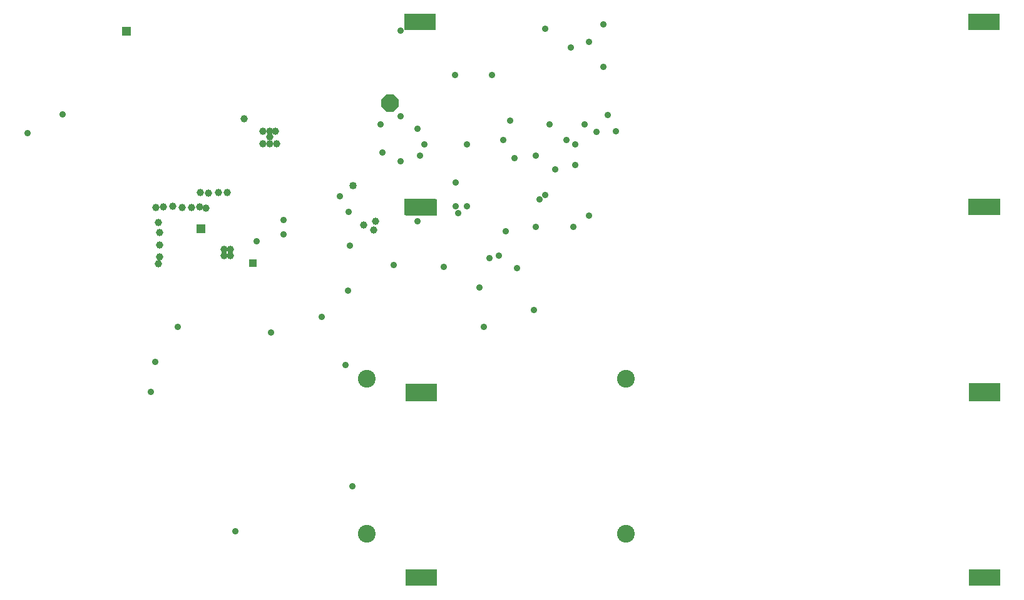
<source format=gbs>
G75*
G70*
%OFA0B0*%
%FSLAX24Y24*%
%IPPOS*%
%LPD*%
%AMOC8*
5,1,8,0,0,1.08239X$1,22.5*
%
%ADD10OC8,0.0930*%
%ADD11C,0.0946*%
%ADD12R,0.1655X0.0867*%
%ADD13C,0.0390*%
%ADD14C,0.0360*%
%ADD15R,0.0400X0.0400*%
%ADD16C,0.0400*%
%ADD17R,0.0476X0.0476*%
D10*
X025450Y027325D03*
D11*
X024222Y012640D03*
X038001Y012640D03*
X038001Y004372D03*
X024222Y004372D03*
D12*
X027126Y002036D03*
X027126Y011878D03*
X027126Y011940D03*
X027126Y021783D03*
X027045Y021819D03*
X027045Y031661D03*
X057092Y031659D03*
X057102Y021817D03*
X057092Y021817D03*
X057102Y011975D03*
X057102Y011884D03*
X057102Y002041D03*
D13*
X016949Y019195D03*
X016605Y019197D03*
X016602Y019549D03*
X016958Y019547D03*
X013178Y019775D03*
X013171Y019124D03*
X013133Y018776D03*
X013171Y020440D03*
X013112Y020968D03*
X012968Y021784D03*
X013399Y021800D03*
X013895Y021824D03*
X014381Y021779D03*
X014875Y021762D03*
X015310Y021811D03*
X015634Y021739D03*
X015775Y022555D03*
X015349Y022562D03*
X016312Y022565D03*
X016786Y022581D03*
X018699Y025185D03*
X019059Y025185D03*
X019059Y025545D03*
X019059Y025845D03*
X019359Y025845D03*
X018699Y025845D03*
X019419Y025185D03*
X017679Y026505D03*
X024671Y021039D03*
X024066Y020848D03*
X024581Y020573D03*
D14*
X017202Y004490D03*
X023442Y006890D03*
X012702Y011930D03*
X012942Y013550D03*
X014142Y015410D03*
X019122Y015110D03*
X021822Y015950D03*
X023202Y017330D03*
X025662Y018710D03*
X023322Y019730D03*
X023262Y021530D03*
X022782Y022370D03*
X019782Y021110D03*
X019782Y020330D03*
X018342Y019970D03*
X026922Y021050D03*
X028962Y021830D03*
X029082Y021470D03*
X029562Y021830D03*
X028962Y023090D03*
X027042Y024530D03*
X026022Y024230D03*
X025062Y024710D03*
X027282Y025130D03*
X026922Y025970D03*
X026022Y026630D03*
X024942Y026210D03*
X029562Y025130D03*
X031482Y025370D03*
X031842Y026390D03*
X033942Y026210D03*
X034842Y025370D03*
X035322Y025130D03*
X036462Y025790D03*
X035802Y026210D03*
X037062Y026690D03*
X037482Y025850D03*
X035322Y024050D03*
X034242Y023810D03*
X033222Y024530D03*
X032082Y024410D03*
X033702Y022430D03*
X033402Y022190D03*
X033222Y020750D03*
X031602Y020510D03*
X031242Y019190D03*
X030762Y019070D03*
X032202Y018530D03*
X030222Y017510D03*
X028302Y018590D03*
X033102Y016310D03*
X030462Y015410D03*
X023082Y013370D03*
X035202Y020750D03*
X036042Y021350D03*
X030882Y028850D03*
X028902Y028850D03*
X026022Y031190D03*
X033702Y031310D03*
X035082Y030290D03*
X036042Y030590D03*
X036822Y031550D03*
X036822Y029270D03*
X008022Y026750D03*
X006162Y025730D03*
D15*
X018144Y018817D03*
D16*
X023470Y022936D03*
D17*
X015371Y020648D03*
X011432Y031159D03*
M02*

</source>
